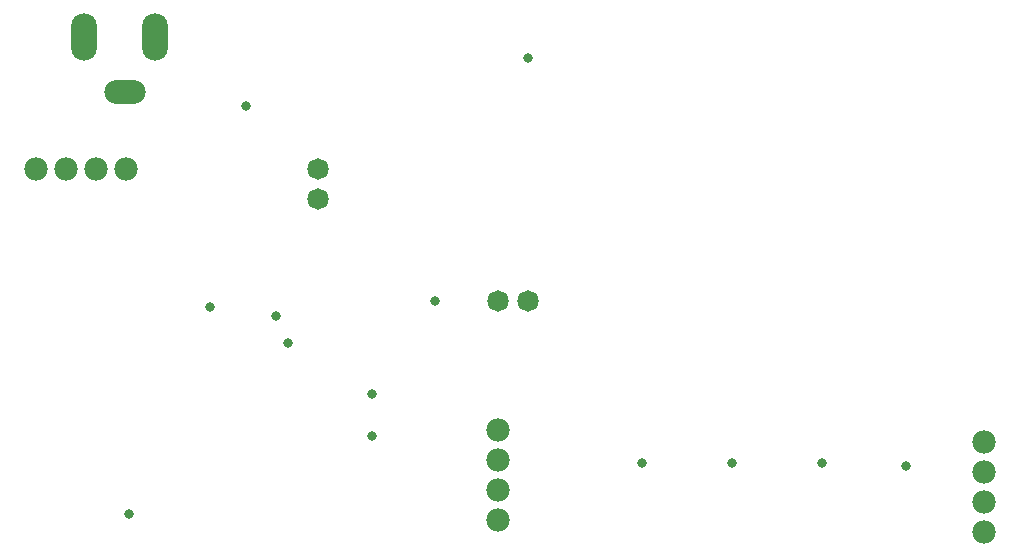
<source format=gbs>
G04*
G04 #@! TF.GenerationSoftware,Altium Limited,Altium Designer,24.1.2 (44)*
G04*
G04 Layer_Color=16711935*
%FSLAX25Y25*%
%MOIN*%
G70*
G04*
G04 #@! TF.SameCoordinates,DF6D4255-D543-4343-BE3F-48429236DA3E*
G04*
G04*
G04 #@! TF.FilePolarity,Negative*
G04*
G01*
G75*
%ADD22C,0.00000*%
%ADD26O,0.13792X0.07887*%
%ADD27O,0.08674X0.15761*%
%ADD28C,0.07800*%
%ADD29C,0.07178*%
%ADD30C,0.03300*%
D22*
X113390Y126000D02*
G03*
X113390Y126000I-3390J0D01*
G01*
Y136000D02*
G03*
X113390Y136000I-3390J0D01*
G01*
X173390Y92000D02*
G03*
X173390Y92000I-3390J0D01*
G01*
X183390D02*
G03*
X183390Y92000I-3390J0D01*
G01*
D26*
X45779Y161693D02*
D03*
D27*
X32000Y180000D02*
D03*
X55622D02*
D03*
D28*
X36000Y136000D02*
D03*
X46000D02*
D03*
X16000D02*
D03*
X26000D02*
D03*
X170000Y29000D02*
D03*
Y19000D02*
D03*
Y49000D02*
D03*
Y39000D02*
D03*
X332000Y25000D02*
D03*
Y15000D02*
D03*
Y45000D02*
D03*
Y35000D02*
D03*
D29*
X110000Y126000D02*
D03*
Y136000D02*
D03*
X170000Y92000D02*
D03*
X180000D02*
D03*
D30*
X96000Y87000D02*
D03*
X100000Y78000D02*
D03*
X128000Y47000D02*
D03*
Y61000D02*
D03*
X180000Y173000D02*
D03*
X86000Y157000D02*
D03*
X74000Y90000D02*
D03*
X306000Y37000D02*
D03*
X278000Y38000D02*
D03*
X248000D02*
D03*
X218000D02*
D03*
X149000Y92000D02*
D03*
X47000Y21000D02*
D03*
M02*

</source>
